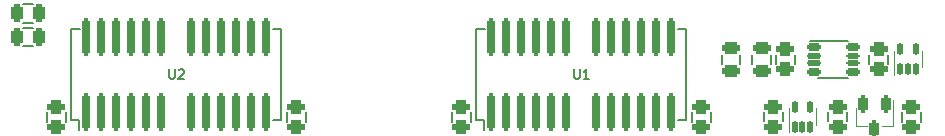
<source format=gto>
G04 #@! TF.GenerationSoftware,KiCad,Pcbnew,(6.0.10-0)*
G04 #@! TF.CreationDate,2023-02-01T03:02:41-05:00*
G04 #@! TF.ProjectId,GW4194-SOJ-DP,47573431-3934-42d5-934f-4a2d44502e6b,1.1-SOJ-DP*
G04 #@! TF.SameCoordinates,Original*
G04 #@! TF.FileFunction,Legend,Top*
G04 #@! TF.FilePolarity,Positive*
%FSLAX46Y46*%
G04 Gerber Fmt 4.6, Leading zero omitted, Abs format (unit mm)*
G04 Created by KiCad (PCBNEW (6.0.10-0)) date 2023-02-01 03:02:41*
%MOMM*%
%LPD*%
G01*
G04 APERTURE LIST*
G04 Aperture macros list*
%AMRoundRect*
0 Rectangle with rounded corners*
0 $1 Rounding radius*
0 $2 $3 $4 $5 $6 $7 $8 $9 X,Y pos of 4 corners*
0 Add a 4 corners polygon primitive as box body*
4,1,4,$2,$3,$4,$5,$6,$7,$8,$9,$2,$3,0*
0 Add four circle primitives for the rounded corners*
1,1,$1+$1,$2,$3*
1,1,$1+$1,$4,$5*
1,1,$1+$1,$6,$7*
1,1,$1+$1,$8,$9*
0 Add four rect primitives between the rounded corners*
20,1,$1+$1,$2,$3,$4,$5,0*
20,1,$1+$1,$4,$5,$6,$7,0*
20,1,$1+$1,$6,$7,$8,$9,0*
20,1,$1+$1,$8,$9,$2,$3,0*%
G04 Aperture macros list end*
%ADD10C,0.203200*%
%ADD11C,0.152400*%
%ADD12C,0.200000*%
%ADD13C,0.127000*%
%ADD14C,0.120000*%
%ADD15RoundRect,0.312500X0.437500X-0.262500X0.437500X0.262500X-0.437500X0.262500X-0.437500X-0.262500X0*%
%ADD16RoundRect,0.200000X0.150000X-1.374000X0.150000X1.374000X-0.150000X1.374000X-0.150000X-1.374000X0*%
%ADD17RoundRect,0.312500X-0.437500X0.262500X-0.437500X-0.262500X0.437500X-0.262500X0.437500X0.262500X0*%
%ADD18C,0.952400*%
%ADD19RoundRect,0.520700X-0.444500X-0.825500X0.444500X-0.825500X0.444500X0.825500X-0.444500X0.825500X0*%
%ADD20RoundRect,0.262500X0.212500X0.487500X-0.212500X0.487500X-0.212500X-0.487500X0.212500X-0.487500X0*%
%ADD21RoundRect,0.262500X-0.212500X-0.487500X0.212500X-0.487500X0.212500X0.487500X-0.212500X0.487500X0*%
%ADD22RoundRect,0.262500X-0.487500X0.212500X-0.487500X-0.212500X0.487500X-0.212500X0.487500X0.212500X0*%
%ADD23RoundRect,0.186300X-0.425000X-0.150000X0.425000X-0.150000X0.425000X0.150000X-0.425000X0.150000X0*%
%ADD24RoundRect,0.136300X-0.475000X-0.100000X0.475000X-0.100000X0.475000X0.100000X-0.475000X0.100000X0*%
%ADD25RoundRect,0.148800X-0.462500X-0.112500X0.462500X-0.112500X0.462500X0.112500X-0.462500X0.112500X0*%
%ADD26RoundRect,0.140000X0.100000X-0.400000X0.100000X0.400000X-0.100000X0.400000X-0.100000X-0.400000X0*%
%ADD27RoundRect,0.250000X-0.200000X0.475000X-0.200000X-0.475000X0.200000X-0.475000X0.200000X0.475000X0*%
%ADD28RoundRect,0.262500X0.487500X-0.212500X0.487500X0.212500X-0.487500X0.212500X-0.487500X-0.212500X0*%
G04 APERTURE END LIST*
D10*
X128920723Y-89216895D02*
X128920723Y-89874876D01*
X128959428Y-89952285D01*
X128998133Y-89990990D01*
X129075542Y-90029695D01*
X129230361Y-90029695D01*
X129307771Y-89990990D01*
X129346476Y-89952285D01*
X129385180Y-89874876D01*
X129385180Y-89216895D01*
X130197980Y-90029695D02*
X129733523Y-90029695D01*
X129965752Y-90029695D02*
X129965752Y-89216895D01*
X129888342Y-89333009D01*
X129810933Y-89410419D01*
X129733523Y-89449123D01*
X94630723Y-89216895D02*
X94630723Y-89874876D01*
X94669428Y-89952285D01*
X94708133Y-89990990D01*
X94785542Y-90029695D01*
X94940361Y-90029695D01*
X95017771Y-89990990D01*
X95056476Y-89952285D01*
X95095180Y-89874876D01*
X95095180Y-89216895D01*
X95443523Y-89294304D02*
X95482228Y-89255600D01*
X95559638Y-89216895D01*
X95753161Y-89216895D01*
X95830571Y-89255600D01*
X95869276Y-89294304D01*
X95907980Y-89371714D01*
X95907980Y-89449123D01*
X95869276Y-89565238D01*
X95404819Y-90029695D01*
X95907980Y-90029695D01*
D11*
X156680000Y-93663400D02*
X156680000Y-92850600D01*
X158280000Y-93663400D02*
X158280000Y-92850600D01*
D12*
X121300000Y-93537000D02*
X121300000Y-94362000D01*
X138430000Y-93537000D02*
X138430000Y-85787000D01*
X120650000Y-93537000D02*
X120650000Y-85787000D01*
X138430000Y-93537000D02*
X137685000Y-93537000D01*
X138430000Y-85787000D02*
X137685000Y-85787000D01*
X120650000Y-85787000D02*
X121395000Y-85787000D01*
X120650000Y-93537000D02*
X121300000Y-93537000D01*
D11*
X85890000Y-92850600D02*
X85890000Y-93663400D01*
X84290000Y-92850600D02*
X84290000Y-93663400D01*
X106210000Y-92850600D02*
X106210000Y-93663400D01*
X104610000Y-92850600D02*
X104610000Y-93663400D01*
X120180000Y-92850600D02*
X120180000Y-93663400D01*
X118580000Y-92850600D02*
X118580000Y-93663400D01*
X83106400Y-87300000D02*
X82293600Y-87300000D01*
X83106400Y-85700000D02*
X82293600Y-85700000D01*
X82293600Y-83700000D02*
X83106400Y-83700000D01*
X82293600Y-85300000D02*
X83106400Y-85300000D01*
X147600000Y-87993600D02*
X147600000Y-88806400D01*
X146000000Y-87993600D02*
X146000000Y-88806400D01*
X145600000Y-87993600D02*
X145600000Y-88806400D01*
X144000000Y-87993600D02*
X144000000Y-88806400D01*
D13*
X152150000Y-90000000D02*
X149550000Y-90000000D01*
X148850000Y-86800000D02*
X152150000Y-86800000D01*
D14*
X149410000Y-93930000D02*
X149410000Y-92520000D01*
X147090000Y-92520000D02*
X147090000Y-94550000D01*
X158360000Y-89080000D02*
X158360000Y-87670000D01*
X156040000Y-87670000D02*
X156040000Y-89700000D01*
D11*
X155500000Y-87993600D02*
X155500000Y-88806400D01*
X153900000Y-87993600D02*
X153900000Y-88806400D01*
D14*
X152770000Y-94010000D02*
X152770000Y-92550000D01*
X155930000Y-94010000D02*
X155930000Y-91850000D01*
X155930000Y-94010000D02*
X155000000Y-94010000D01*
X152770000Y-94010000D02*
X153700000Y-94010000D01*
D11*
X152050000Y-92843600D02*
X152050000Y-93656400D01*
X150450000Y-92843600D02*
X150450000Y-93656400D01*
X141400000Y-88806400D02*
X141400000Y-87993600D01*
X143000000Y-88806400D02*
X143000000Y-87993600D01*
X146600000Y-92843600D02*
X146600000Y-93656400D01*
X145000000Y-92843600D02*
X145000000Y-93656400D01*
D12*
X87010000Y-93537000D02*
X87010000Y-94362000D01*
X104140000Y-93537000D02*
X104140000Y-85787000D01*
X86360000Y-93537000D02*
X86360000Y-85787000D01*
X104140000Y-93537000D02*
X103395000Y-93537000D01*
X104140000Y-85787000D02*
X103395000Y-85787000D01*
X86360000Y-85787000D02*
X87105000Y-85787000D01*
X86360000Y-93537000D02*
X87010000Y-93537000D01*
D11*
X140500000Y-92850600D02*
X140500000Y-93663400D01*
X138900000Y-92850600D02*
X138900000Y-93663400D01*
%LPC*%
D15*
X157480000Y-94107000D03*
X157480000Y-92407000D03*
D16*
X130810000Y-92837000D03*
X130810000Y-86487000D03*
X128270000Y-92837000D03*
X128270000Y-86487000D03*
X121920000Y-92837000D03*
X123190000Y-92837000D03*
X124460000Y-92837000D03*
X125730000Y-92837000D03*
X127000000Y-92837000D03*
X132080000Y-92837000D03*
X133350000Y-92837000D03*
X134620000Y-92837000D03*
X135890000Y-92837000D03*
X137160000Y-92837000D03*
X135890000Y-86487000D03*
X134620000Y-86487000D03*
X133350000Y-86487000D03*
X132080000Y-86487000D03*
X127000000Y-86487000D03*
X125730000Y-86487000D03*
X124460000Y-86487000D03*
X123190000Y-86487000D03*
X121920000Y-86487000D03*
X137160000Y-86487000D03*
D17*
X85090000Y-92407000D03*
X85090000Y-94107000D03*
X105410000Y-92407000D03*
X105410000Y-94107000D03*
X119380000Y-92407000D03*
X119380000Y-94107000D03*
D18*
X157480000Y-98806000D03*
X154940000Y-98806000D03*
X129540000Y-98806000D03*
X144780000Y-98806000D03*
X139700000Y-98806000D03*
X142240000Y-98806000D03*
X137160000Y-98806000D03*
X132080000Y-98806000D03*
X134620000Y-98806000D03*
X152400000Y-98806000D03*
X147320000Y-98806000D03*
X149860000Y-98806000D03*
X127000000Y-98806000D03*
X121920000Y-98806000D03*
X124460000Y-98806000D03*
X119380000Y-98806000D03*
X114300000Y-98806000D03*
X116840000Y-98806000D03*
X111760000Y-98806000D03*
X106680000Y-98806000D03*
X109220000Y-98806000D03*
X101600000Y-98806000D03*
X104140000Y-98806000D03*
X99060000Y-98806000D03*
X96520000Y-98806000D03*
X91440000Y-98806000D03*
X93980000Y-98806000D03*
X83820000Y-98806000D03*
X86360000Y-98806000D03*
D19*
X144780000Y-100076000D03*
X119380000Y-100076000D03*
X157480000Y-100076000D03*
X152400000Y-100076000D03*
X149860000Y-100076000D03*
X101600000Y-100076000D03*
X99060000Y-100076000D03*
X124460000Y-100076000D03*
X96520000Y-100076000D03*
X137160000Y-100076000D03*
X106680000Y-100076000D03*
X129540000Y-100076000D03*
X134620000Y-100076000D03*
X127000000Y-100076000D03*
X104140000Y-100076000D03*
X139700000Y-100076000D03*
X132080000Y-100076000D03*
X121920000Y-100076000D03*
X142240000Y-100076000D03*
X88900000Y-100076000D03*
X154940000Y-100076000D03*
X91440000Y-100076000D03*
X116840000Y-100076000D03*
X114300000Y-100076000D03*
X147320000Y-100076000D03*
X111760000Y-100076000D03*
X93980000Y-100076000D03*
X109220000Y-100076000D03*
D18*
X88900000Y-98806000D03*
D19*
X86360000Y-100076000D03*
X83820000Y-100076000D03*
D20*
X83650000Y-86500000D03*
X81750000Y-86500000D03*
D21*
X81750000Y-84500000D03*
X83650000Y-84500000D03*
D17*
X146800000Y-87550000D03*
X146800000Y-89250000D03*
D22*
X144800000Y-87450000D03*
X144800000Y-89350000D03*
D23*
X149200000Y-87350000D03*
D24*
X149200000Y-88075000D03*
X149200000Y-88725000D03*
D23*
X149200000Y-89450000D03*
X152500000Y-89450000D03*
D25*
X152500000Y-88725000D03*
X152500000Y-88075000D03*
D23*
X152500000Y-87350000D03*
D26*
X148900000Y-94100000D03*
X147600000Y-94100000D03*
X148250000Y-94100000D03*
X148900000Y-92400000D03*
X147600000Y-92400000D03*
X157850000Y-89250000D03*
X156550000Y-89250000D03*
X157200000Y-89250000D03*
X157850000Y-87550000D03*
X156550000Y-87550000D03*
D17*
X154700000Y-87550000D03*
X154700000Y-89250000D03*
D27*
X154350000Y-94300000D03*
X153400000Y-92200000D03*
X155300000Y-92200000D03*
D17*
X151250000Y-92400000D03*
X151250000Y-94100000D03*
D28*
X142200000Y-89350000D03*
X142200000Y-87450000D03*
D17*
X145800000Y-92400000D03*
X145800000Y-94100000D03*
D16*
X96520000Y-92837000D03*
X96520000Y-86487000D03*
X93980000Y-92837000D03*
X93980000Y-86487000D03*
X87630000Y-92837000D03*
X88900000Y-92837000D03*
X90170000Y-92837000D03*
X91440000Y-92837000D03*
X92710000Y-92837000D03*
X97790000Y-92837000D03*
X99060000Y-92837000D03*
X100330000Y-92837000D03*
X101600000Y-92837000D03*
X102870000Y-92837000D03*
X101600000Y-86487000D03*
X100330000Y-86487000D03*
X99060000Y-86487000D03*
X97790000Y-86487000D03*
X92710000Y-86487000D03*
X91440000Y-86487000D03*
X90170000Y-86487000D03*
X88900000Y-86487000D03*
X87630000Y-86487000D03*
X102870000Y-86487000D03*
D17*
X139700000Y-92407000D03*
X139700000Y-94107000D03*
M02*

</source>
